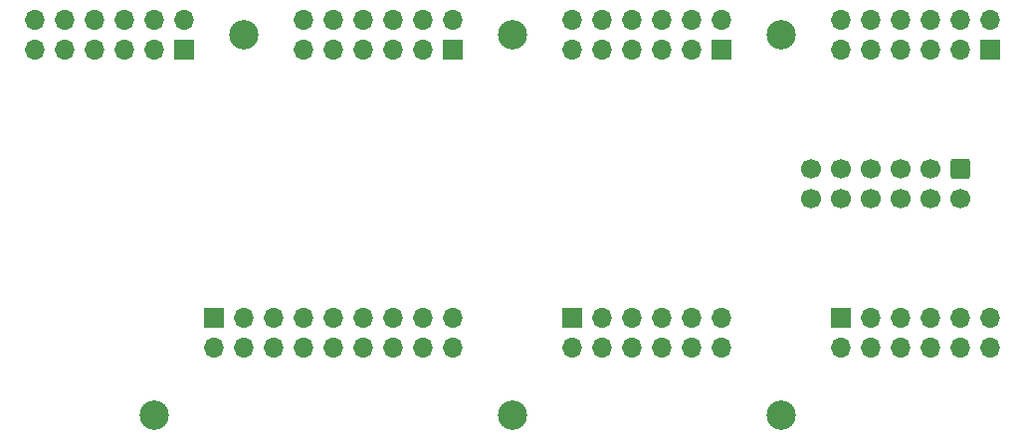
<source format=gbs>
G04 #@! TF.GenerationSoftware,KiCad,Pcbnew,7.0.11-7.0.11~ubuntu20.04.1*
G04 #@! TF.CreationDate,2024-08-17T23:29:04+02:00*
G04 #@! TF.ProjectId,kicad-kria-4x-pmod,6b696361-642d-46b7-9269-612d34782d70,1.0*
G04 #@! TF.SameCoordinates,Original*
G04 #@! TF.FileFunction,Soldermask,Bot*
G04 #@! TF.FilePolarity,Negative*
%FSLAX46Y46*%
G04 Gerber Fmt 4.6, Leading zero omitted, Abs format (unit mm)*
G04 Created by KiCad (PCBNEW 7.0.11-7.0.11~ubuntu20.04.1) date 2024-08-17 23:29:04*
%MOMM*%
%LPD*%
G01*
G04 APERTURE LIST*
G04 Aperture macros list*
%AMRoundRect*
0 Rectangle with rounded corners*
0 $1 Rounding radius*
0 $2 $3 $4 $5 $6 $7 $8 $9 X,Y pos of 4 corners*
0 Add a 4 corners polygon primitive as box body*
4,1,4,$2,$3,$4,$5,$6,$7,$8,$9,$2,$3,0*
0 Add four circle primitives for the rounded corners*
1,1,$1+$1,$2,$3*
1,1,$1+$1,$4,$5*
1,1,$1+$1,$6,$7*
1,1,$1+$1,$8,$9*
0 Add four rect primitives between the rounded corners*
20,1,$1+$1,$2,$3,$4,$5,0*
20,1,$1+$1,$4,$5,$6,$7,0*
20,1,$1+$1,$6,$7,$8,$9,0*
20,1,$1+$1,$8,$9,$2,$3,0*%
G04 Aperture macros list end*
%ADD10C,2.500000*%
%ADD11R,1.700000X1.700000*%
%ADD12O,1.700000X1.700000*%
%ADD13RoundRect,0.250000X-0.600000X0.600000X-0.600000X-0.600000X0.600000X-0.600000X0.600000X0.600000X0*%
%ADD14C,1.700000*%
G04 APERTURE END LIST*
D10*
X152400000Y-49530000D03*
D11*
X104140000Y-73660000D03*
D12*
X104140000Y-76200000D03*
X106680000Y-73660000D03*
X106680000Y-76200000D03*
X109220000Y-73660000D03*
X109220000Y-76200000D03*
X111760000Y-73660000D03*
X111760000Y-76200000D03*
X114300000Y-73660000D03*
X114300000Y-76200000D03*
X116840000Y-73660000D03*
X116840000Y-76200000D03*
X119380000Y-73660000D03*
X119380000Y-76200000D03*
X121920000Y-73660000D03*
X121920000Y-76200000D03*
X124460000Y-73660000D03*
X124460000Y-76200000D03*
D11*
X134620000Y-73660000D03*
D12*
X134620000Y-76200000D03*
X137160000Y-73660000D03*
X137160000Y-76200000D03*
X139700000Y-73660000D03*
X139700000Y-76200000D03*
X142240000Y-73660000D03*
X142240000Y-76200000D03*
X144780000Y-73660000D03*
X144780000Y-76200000D03*
X147320000Y-73660000D03*
X147320000Y-76200000D03*
D11*
X157480000Y-73660000D03*
D12*
X157480000Y-76200000D03*
X160020000Y-73660000D03*
X160020000Y-76200000D03*
X162560000Y-73660000D03*
X162560000Y-76200000D03*
X165100000Y-73660000D03*
X165100000Y-76200000D03*
X167640000Y-73660000D03*
X167640000Y-76200000D03*
X170180000Y-73660000D03*
X170180000Y-76200000D03*
D13*
X167640000Y-60960000D03*
D14*
X167640000Y-63500000D03*
X165100000Y-60960000D03*
X165100000Y-63500000D03*
X162560000Y-60960000D03*
X162560000Y-63500000D03*
X160020000Y-60960000D03*
X160020000Y-63500000D03*
X157480000Y-60960000D03*
X157480000Y-63500000D03*
X154940000Y-60960000D03*
X154940000Y-63500000D03*
D11*
X170180000Y-50800000D03*
D12*
X170180000Y-48260000D03*
X167640000Y-50800000D03*
X167640000Y-48260000D03*
X165100000Y-50800000D03*
X165100000Y-48260000D03*
X162560000Y-50800000D03*
X162560000Y-48260000D03*
X160020000Y-50800000D03*
X160020000Y-48260000D03*
X157480000Y-50800000D03*
X157480000Y-48260000D03*
D11*
X147320000Y-50800000D03*
D12*
X147320000Y-48260000D03*
X144780000Y-50800000D03*
X144780000Y-48260000D03*
X142240000Y-50800000D03*
X142240000Y-48260000D03*
X139700000Y-50800000D03*
X139700000Y-48260000D03*
X137160000Y-50800000D03*
X137160000Y-48260000D03*
X134620000Y-50800000D03*
X134620000Y-48260000D03*
D11*
X124460000Y-50800000D03*
D12*
X124460000Y-48260000D03*
X121920000Y-50800000D03*
X121920000Y-48260000D03*
X119380000Y-50800000D03*
X119380000Y-48260000D03*
X116840000Y-50800000D03*
X116840000Y-48260000D03*
X114300000Y-50800000D03*
X114300000Y-48260000D03*
X111760000Y-50800000D03*
X111760000Y-48260000D03*
D11*
X101600000Y-50800000D03*
D12*
X101600000Y-48260000D03*
X99060000Y-50800000D03*
X99060000Y-48260000D03*
X96520000Y-50800000D03*
X96520000Y-48260000D03*
X93980000Y-50800000D03*
X93980000Y-48260000D03*
X91440000Y-50800000D03*
X91440000Y-48260000D03*
X88900000Y-50800000D03*
X88900000Y-48260000D03*
D10*
X129540000Y-49530000D03*
X106680000Y-49530000D03*
X152400000Y-81915000D03*
X129540000Y-81915000D03*
X99060000Y-81915000D03*
M02*

</source>
